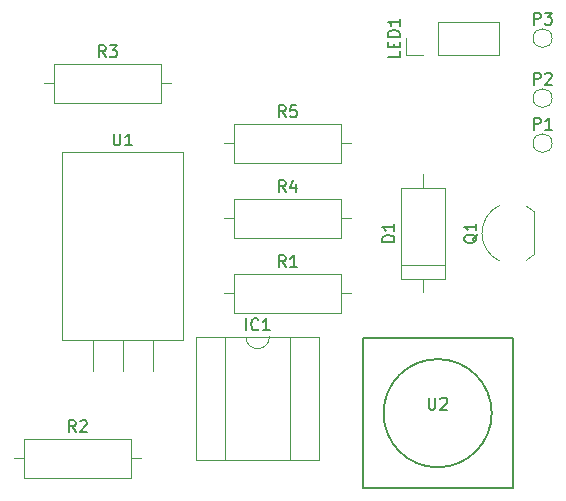
<source format=gbr>
G04 #@! TF.FileFunction,Legend,Top*
%FSLAX46Y46*%
G04 Gerber Fmt 4.6, Leading zero omitted, Abs format (unit mm)*
G04 Created by KiCad (PCBNEW 4.0.5) date 02/14/17 18:00:52*
%MOMM*%
%LPD*%
G01*
G04 APERTURE LIST*
%ADD10C,0.100000*%
%ADD11C,0.120000*%
%ADD12C,0.150000*%
G04 APERTURE END LIST*
D10*
D11*
X177210000Y-121970000D02*
X180930000Y-121970000D01*
X180930000Y-121970000D02*
X180930000Y-114250000D01*
X180930000Y-114250000D02*
X177210000Y-114250000D01*
X177210000Y-114250000D02*
X177210000Y-121970000D01*
X179070000Y-123080000D02*
X179070000Y-121970000D01*
X179070000Y-113140000D02*
X179070000Y-114250000D01*
X177210000Y-120770000D02*
X180930000Y-120770000D01*
X166100000Y-126880000D02*
G75*
G02X164100000Y-126880000I-1000000J0D01*
G01*
X164100000Y-126880000D02*
X162330000Y-126880000D01*
X162330000Y-126880000D02*
X162330000Y-137280000D01*
X162330000Y-137280000D02*
X167870000Y-137280000D01*
X167870000Y-137280000D02*
X167870000Y-126880000D01*
X167870000Y-126880000D02*
X166100000Y-126880000D01*
X159900000Y-126880000D02*
X159900000Y-137280000D01*
X159900000Y-137280000D02*
X170300000Y-137280000D01*
X170300000Y-137280000D02*
X170300000Y-126880000D01*
X170300000Y-126880000D02*
X159900000Y-126880000D01*
X180340000Y-102990000D02*
X185540000Y-102990000D01*
X185540000Y-102990000D02*
X185540000Y-100210000D01*
X185540000Y-100210000D02*
X180340000Y-100210000D01*
X180340000Y-100210000D02*
X180340000Y-102990000D01*
X179070000Y-102990000D02*
X177680000Y-102990000D01*
X177680000Y-102990000D02*
X177680000Y-101600000D01*
X190033219Y-110490000D02*
G75*
G03X190033219Y-110490000I-803219J0D01*
G01*
X190033219Y-106680000D02*
G75*
G03X190033219Y-106680000I-803219J0D01*
G01*
X190033219Y-101600000D02*
G75*
G03X190033219Y-101600000I-803219J0D01*
G01*
X188540000Y-119910000D02*
X188540000Y-116310000D01*
X187812795Y-120434184D02*
G75*
G03X188540000Y-119910000I-1122795J2324184D01*
G01*
X185591193Y-120466400D02*
G75*
G02X184090000Y-118110000I1098807J2356400D01*
G01*
X185591193Y-115753600D02*
G75*
G03X184090000Y-118110000I1098807J-2356400D01*
G01*
X187812795Y-115785816D02*
G75*
G02X188540000Y-116310000I-1122795J-2324184D01*
G01*
X163080000Y-121530000D02*
X163080000Y-124850000D01*
X163080000Y-124850000D02*
X172200000Y-124850000D01*
X172200000Y-124850000D02*
X172200000Y-121530000D01*
X172200000Y-121530000D02*
X163080000Y-121530000D01*
X162270000Y-123190000D02*
X163080000Y-123190000D01*
X173010000Y-123190000D02*
X172200000Y-123190000D01*
X145300000Y-135500000D02*
X145300000Y-138820000D01*
X145300000Y-138820000D02*
X154420000Y-138820000D01*
X154420000Y-138820000D02*
X154420000Y-135500000D01*
X154420000Y-135500000D02*
X145300000Y-135500000D01*
X144490000Y-137160000D02*
X145300000Y-137160000D01*
X155230000Y-137160000D02*
X154420000Y-137160000D01*
X147840000Y-103750000D02*
X147840000Y-107070000D01*
X147840000Y-107070000D02*
X156960000Y-107070000D01*
X156960000Y-107070000D02*
X156960000Y-103750000D01*
X156960000Y-103750000D02*
X147840000Y-103750000D01*
X147030000Y-105410000D02*
X147840000Y-105410000D01*
X157770000Y-105410000D02*
X156960000Y-105410000D01*
X163080000Y-115180000D02*
X163080000Y-118500000D01*
X163080000Y-118500000D02*
X172200000Y-118500000D01*
X172200000Y-118500000D02*
X172200000Y-115180000D01*
X172200000Y-115180000D02*
X163080000Y-115180000D01*
X162270000Y-116840000D02*
X163080000Y-116840000D01*
X173010000Y-116840000D02*
X172200000Y-116840000D01*
X163080000Y-108830000D02*
X163080000Y-112150000D01*
X163080000Y-112150000D02*
X172200000Y-112150000D01*
X172200000Y-112150000D02*
X172200000Y-108830000D01*
X172200000Y-108830000D02*
X163080000Y-108830000D01*
X162270000Y-110490000D02*
X163080000Y-110490000D01*
X173010000Y-110490000D02*
X172200000Y-110490000D01*
X148550000Y-127120000D02*
X158790000Y-127120000D01*
X148550000Y-111230000D02*
X158790000Y-111230000D01*
X148550000Y-111230000D02*
X148550000Y-127120000D01*
X158790000Y-111230000D02*
X158790000Y-127120000D01*
X151130000Y-127120000D02*
X151130000Y-129760000D01*
X153670000Y-127120000D02*
X153670000Y-129744000D01*
X156210000Y-127120000D02*
X156210000Y-129744000D01*
D12*
X184919050Y-133350000D02*
G75*
G03X184919050Y-133350000I-4579050J0D01*
G01*
X173990000Y-127000000D02*
X186690000Y-127000000D01*
X186690000Y-127000000D02*
X186690000Y-139700000D01*
X186690000Y-139700000D02*
X173990000Y-139700000D01*
X173990000Y-139700000D02*
X173990000Y-127000000D01*
X176662381Y-118848095D02*
X175662381Y-118848095D01*
X175662381Y-118610000D01*
X175710000Y-118467142D01*
X175805238Y-118371904D01*
X175900476Y-118324285D01*
X176090952Y-118276666D01*
X176233810Y-118276666D01*
X176424286Y-118324285D01*
X176519524Y-118371904D01*
X176614762Y-118467142D01*
X176662381Y-118610000D01*
X176662381Y-118848095D01*
X176662381Y-117324285D02*
X176662381Y-117895714D01*
X176662381Y-117610000D02*
X175662381Y-117610000D01*
X175805238Y-117705238D01*
X175900476Y-117800476D01*
X175948095Y-117895714D01*
X164123810Y-126332381D02*
X164123810Y-125332381D01*
X165171429Y-126237143D02*
X165123810Y-126284762D01*
X164980953Y-126332381D01*
X164885715Y-126332381D01*
X164742857Y-126284762D01*
X164647619Y-126189524D01*
X164600000Y-126094286D01*
X164552381Y-125903810D01*
X164552381Y-125760952D01*
X164600000Y-125570476D01*
X164647619Y-125475238D01*
X164742857Y-125380000D01*
X164885715Y-125332381D01*
X164980953Y-125332381D01*
X165123810Y-125380000D01*
X165171429Y-125427619D01*
X166123810Y-126332381D02*
X165552381Y-126332381D01*
X165838095Y-126332381D02*
X165838095Y-125332381D01*
X165742857Y-125475238D01*
X165647619Y-125570476D01*
X165552381Y-125618095D01*
X177132381Y-102719047D02*
X177132381Y-103195238D01*
X176132381Y-103195238D01*
X176608571Y-102385714D02*
X176608571Y-102052380D01*
X177132381Y-101909523D02*
X177132381Y-102385714D01*
X176132381Y-102385714D01*
X176132381Y-101909523D01*
X177132381Y-101480952D02*
X176132381Y-101480952D01*
X176132381Y-101242857D01*
X176180000Y-101099999D01*
X176275238Y-101004761D01*
X176370476Y-100957142D01*
X176560952Y-100909523D01*
X176703810Y-100909523D01*
X176894286Y-100957142D01*
X176989524Y-101004761D01*
X177084762Y-101099999D01*
X177132381Y-101242857D01*
X177132381Y-101480952D01*
X177132381Y-99957142D02*
X177132381Y-100528571D01*
X177132381Y-100242857D02*
X176132381Y-100242857D01*
X176275238Y-100338095D01*
X176370476Y-100433333D01*
X176418095Y-100528571D01*
X188491905Y-109342381D02*
X188491905Y-108342381D01*
X188872858Y-108342381D01*
X188968096Y-108390000D01*
X189015715Y-108437619D01*
X189063334Y-108532857D01*
X189063334Y-108675714D01*
X189015715Y-108770952D01*
X188968096Y-108818571D01*
X188872858Y-108866190D01*
X188491905Y-108866190D01*
X190015715Y-109342381D02*
X189444286Y-109342381D01*
X189730000Y-109342381D02*
X189730000Y-108342381D01*
X189634762Y-108485238D01*
X189539524Y-108580476D01*
X189444286Y-108628095D01*
X188491905Y-105532381D02*
X188491905Y-104532381D01*
X188872858Y-104532381D01*
X188968096Y-104580000D01*
X189015715Y-104627619D01*
X189063334Y-104722857D01*
X189063334Y-104865714D01*
X189015715Y-104960952D01*
X188968096Y-105008571D01*
X188872858Y-105056190D01*
X188491905Y-105056190D01*
X189444286Y-104627619D02*
X189491905Y-104580000D01*
X189587143Y-104532381D01*
X189825239Y-104532381D01*
X189920477Y-104580000D01*
X189968096Y-104627619D01*
X190015715Y-104722857D01*
X190015715Y-104818095D01*
X189968096Y-104960952D01*
X189396667Y-105532381D01*
X190015715Y-105532381D01*
X188491905Y-100452381D02*
X188491905Y-99452381D01*
X188872858Y-99452381D01*
X188968096Y-99500000D01*
X189015715Y-99547619D01*
X189063334Y-99642857D01*
X189063334Y-99785714D01*
X189015715Y-99880952D01*
X188968096Y-99928571D01*
X188872858Y-99976190D01*
X188491905Y-99976190D01*
X189396667Y-99452381D02*
X190015715Y-99452381D01*
X189682381Y-99833333D01*
X189825239Y-99833333D01*
X189920477Y-99880952D01*
X189968096Y-99928571D01*
X190015715Y-100023810D01*
X190015715Y-100261905D01*
X189968096Y-100357143D01*
X189920477Y-100404762D01*
X189825239Y-100452381D01*
X189539524Y-100452381D01*
X189444286Y-100404762D01*
X189396667Y-100357143D01*
X183681619Y-118205238D02*
X183634000Y-118300476D01*
X183538762Y-118395714D01*
X183395905Y-118538571D01*
X183348286Y-118633810D01*
X183348286Y-118729048D01*
X183586381Y-118681429D02*
X183538762Y-118776667D01*
X183443524Y-118871905D01*
X183253048Y-118919524D01*
X182919714Y-118919524D01*
X182729238Y-118871905D01*
X182634000Y-118776667D01*
X182586381Y-118681429D01*
X182586381Y-118490952D01*
X182634000Y-118395714D01*
X182729238Y-118300476D01*
X182919714Y-118252857D01*
X183253048Y-118252857D01*
X183443524Y-118300476D01*
X183538762Y-118395714D01*
X183586381Y-118490952D01*
X183586381Y-118681429D01*
X183586381Y-117300476D02*
X183586381Y-117871905D01*
X183586381Y-117586191D02*
X182586381Y-117586191D01*
X182729238Y-117681429D01*
X182824476Y-117776667D01*
X182872095Y-117871905D01*
X167473334Y-120982381D02*
X167140000Y-120506190D01*
X166901905Y-120982381D02*
X166901905Y-119982381D01*
X167282858Y-119982381D01*
X167378096Y-120030000D01*
X167425715Y-120077619D01*
X167473334Y-120172857D01*
X167473334Y-120315714D01*
X167425715Y-120410952D01*
X167378096Y-120458571D01*
X167282858Y-120506190D01*
X166901905Y-120506190D01*
X168425715Y-120982381D02*
X167854286Y-120982381D01*
X168140000Y-120982381D02*
X168140000Y-119982381D01*
X168044762Y-120125238D01*
X167949524Y-120220476D01*
X167854286Y-120268095D01*
X149693334Y-134952381D02*
X149360000Y-134476190D01*
X149121905Y-134952381D02*
X149121905Y-133952381D01*
X149502858Y-133952381D01*
X149598096Y-134000000D01*
X149645715Y-134047619D01*
X149693334Y-134142857D01*
X149693334Y-134285714D01*
X149645715Y-134380952D01*
X149598096Y-134428571D01*
X149502858Y-134476190D01*
X149121905Y-134476190D01*
X150074286Y-134047619D02*
X150121905Y-134000000D01*
X150217143Y-133952381D01*
X150455239Y-133952381D01*
X150550477Y-134000000D01*
X150598096Y-134047619D01*
X150645715Y-134142857D01*
X150645715Y-134238095D01*
X150598096Y-134380952D01*
X150026667Y-134952381D01*
X150645715Y-134952381D01*
X152233334Y-103202381D02*
X151900000Y-102726190D01*
X151661905Y-103202381D02*
X151661905Y-102202381D01*
X152042858Y-102202381D01*
X152138096Y-102250000D01*
X152185715Y-102297619D01*
X152233334Y-102392857D01*
X152233334Y-102535714D01*
X152185715Y-102630952D01*
X152138096Y-102678571D01*
X152042858Y-102726190D01*
X151661905Y-102726190D01*
X152566667Y-102202381D02*
X153185715Y-102202381D01*
X152852381Y-102583333D01*
X152995239Y-102583333D01*
X153090477Y-102630952D01*
X153138096Y-102678571D01*
X153185715Y-102773810D01*
X153185715Y-103011905D01*
X153138096Y-103107143D01*
X153090477Y-103154762D01*
X152995239Y-103202381D01*
X152709524Y-103202381D01*
X152614286Y-103154762D01*
X152566667Y-103107143D01*
X167473334Y-114632381D02*
X167140000Y-114156190D01*
X166901905Y-114632381D02*
X166901905Y-113632381D01*
X167282858Y-113632381D01*
X167378096Y-113680000D01*
X167425715Y-113727619D01*
X167473334Y-113822857D01*
X167473334Y-113965714D01*
X167425715Y-114060952D01*
X167378096Y-114108571D01*
X167282858Y-114156190D01*
X166901905Y-114156190D01*
X168330477Y-113965714D02*
X168330477Y-114632381D01*
X168092381Y-113584762D02*
X167854286Y-114299048D01*
X168473334Y-114299048D01*
X167473334Y-108282381D02*
X167140000Y-107806190D01*
X166901905Y-108282381D02*
X166901905Y-107282381D01*
X167282858Y-107282381D01*
X167378096Y-107330000D01*
X167425715Y-107377619D01*
X167473334Y-107472857D01*
X167473334Y-107615714D01*
X167425715Y-107710952D01*
X167378096Y-107758571D01*
X167282858Y-107806190D01*
X166901905Y-107806190D01*
X168378096Y-107282381D02*
X167901905Y-107282381D01*
X167854286Y-107758571D01*
X167901905Y-107710952D01*
X167997143Y-107663333D01*
X168235239Y-107663333D01*
X168330477Y-107710952D01*
X168378096Y-107758571D01*
X168425715Y-107853810D01*
X168425715Y-108091905D01*
X168378096Y-108187143D01*
X168330477Y-108234762D01*
X168235239Y-108282381D01*
X167997143Y-108282381D01*
X167901905Y-108234762D01*
X167854286Y-108187143D01*
X152908095Y-109682381D02*
X152908095Y-110491905D01*
X152955714Y-110587143D01*
X153003333Y-110634762D01*
X153098571Y-110682381D01*
X153289048Y-110682381D01*
X153384286Y-110634762D01*
X153431905Y-110587143D01*
X153479524Y-110491905D01*
X153479524Y-109682381D01*
X154479524Y-110682381D02*
X153908095Y-110682381D01*
X154193809Y-110682381D02*
X154193809Y-109682381D01*
X154098571Y-109825238D01*
X154003333Y-109920476D01*
X153908095Y-109968095D01*
X179578095Y-132040381D02*
X179578095Y-132849905D01*
X179625714Y-132945143D01*
X179673333Y-132992762D01*
X179768571Y-133040381D01*
X179959048Y-133040381D01*
X180054286Y-132992762D01*
X180101905Y-132945143D01*
X180149524Y-132849905D01*
X180149524Y-132040381D01*
X180578095Y-132135619D02*
X180625714Y-132088000D01*
X180720952Y-132040381D01*
X180959048Y-132040381D01*
X181054286Y-132088000D01*
X181101905Y-132135619D01*
X181149524Y-132230857D01*
X181149524Y-132326095D01*
X181101905Y-132468952D01*
X180530476Y-133040381D01*
X181149524Y-133040381D01*
M02*

</source>
